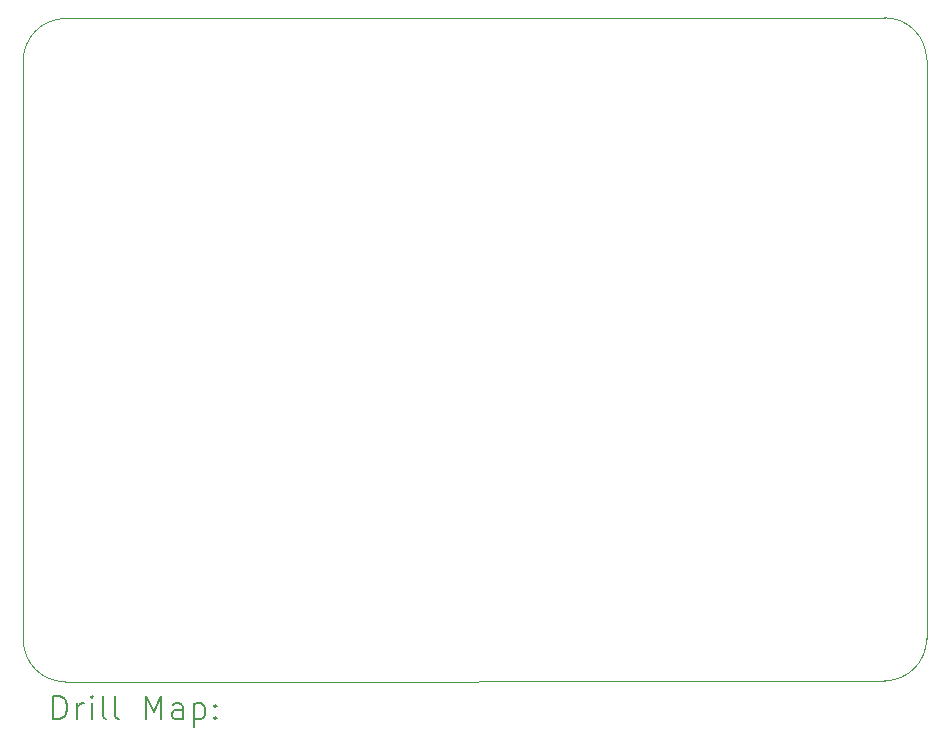
<source format=gbr>
%TF.GenerationSoftware,KiCad,Pcbnew,7.0.6-0*%
%TF.CreationDate,2024-03-05T22:32:51-08:00*%
%TF.ProjectId,New Groundstation,4e657720-4772-46f7-956e-647374617469,rev?*%
%TF.SameCoordinates,Original*%
%TF.FileFunction,Drillmap*%
%TF.FilePolarity,Positive*%
%FSLAX45Y45*%
G04 Gerber Fmt 4.5, Leading zero omitted, Abs format (unit mm)*
G04 Created by KiCad (PCBNEW 7.0.6-0) date 2024-03-05 22:32:51*
%MOMM*%
%LPD*%
G01*
G04 APERTURE LIST*
%ADD10C,0.100000*%
%ADD11C,0.200000*%
G04 APERTURE END LIST*
D10*
X9643047Y-12131053D02*
G75*
G03*
X9998641Y-12486653I355603J3D01*
G01*
X9642363Y-12131608D02*
X9642363Y-7229408D01*
X16935394Y-6864389D02*
X9988494Y-6870700D01*
X16935394Y-12477794D02*
G75*
G03*
X17290994Y-12122189I-4J355604D01*
G01*
X17290994Y-7219989D02*
X17290994Y-12122189D01*
X9988494Y-6870701D02*
G75*
G03*
X9642363Y-7229408I12806J-358709D01*
G01*
X17290991Y-7219989D02*
G75*
G03*
X16935394Y-6864389I-355601J-1D01*
G01*
X16935394Y-12477789D02*
X9998641Y-12486653D01*
D11*
X9898140Y-12803137D02*
X9898140Y-12603137D01*
X9898140Y-12603137D02*
X9945759Y-12603137D01*
X9945759Y-12603137D02*
X9974330Y-12612660D01*
X9974330Y-12612660D02*
X9993378Y-12631708D01*
X9993378Y-12631708D02*
X10002901Y-12650756D01*
X10002901Y-12650756D02*
X10012425Y-12688851D01*
X10012425Y-12688851D02*
X10012425Y-12717422D01*
X10012425Y-12717422D02*
X10002901Y-12755517D01*
X10002901Y-12755517D02*
X9993378Y-12774565D01*
X9993378Y-12774565D02*
X9974330Y-12793613D01*
X9974330Y-12793613D02*
X9945759Y-12803137D01*
X9945759Y-12803137D02*
X9898140Y-12803137D01*
X10098140Y-12803137D02*
X10098140Y-12669803D01*
X10098140Y-12707898D02*
X10107663Y-12688851D01*
X10107663Y-12688851D02*
X10117187Y-12679327D01*
X10117187Y-12679327D02*
X10136235Y-12669803D01*
X10136235Y-12669803D02*
X10155282Y-12669803D01*
X10221949Y-12803137D02*
X10221949Y-12669803D01*
X10221949Y-12603137D02*
X10212425Y-12612660D01*
X10212425Y-12612660D02*
X10221949Y-12622184D01*
X10221949Y-12622184D02*
X10231473Y-12612660D01*
X10231473Y-12612660D02*
X10221949Y-12603137D01*
X10221949Y-12603137D02*
X10221949Y-12622184D01*
X10345759Y-12803137D02*
X10326711Y-12793613D01*
X10326711Y-12793613D02*
X10317187Y-12774565D01*
X10317187Y-12774565D02*
X10317187Y-12603137D01*
X10450520Y-12803137D02*
X10431473Y-12793613D01*
X10431473Y-12793613D02*
X10421949Y-12774565D01*
X10421949Y-12774565D02*
X10421949Y-12603137D01*
X10679092Y-12803137D02*
X10679092Y-12603137D01*
X10679092Y-12603137D02*
X10745759Y-12745994D01*
X10745759Y-12745994D02*
X10812425Y-12603137D01*
X10812425Y-12603137D02*
X10812425Y-12803137D01*
X10993378Y-12803137D02*
X10993378Y-12698375D01*
X10993378Y-12698375D02*
X10983854Y-12679327D01*
X10983854Y-12679327D02*
X10964806Y-12669803D01*
X10964806Y-12669803D02*
X10926711Y-12669803D01*
X10926711Y-12669803D02*
X10907663Y-12679327D01*
X10993378Y-12793613D02*
X10974330Y-12803137D01*
X10974330Y-12803137D02*
X10926711Y-12803137D01*
X10926711Y-12803137D02*
X10907663Y-12793613D01*
X10907663Y-12793613D02*
X10898140Y-12774565D01*
X10898140Y-12774565D02*
X10898140Y-12755517D01*
X10898140Y-12755517D02*
X10907663Y-12736470D01*
X10907663Y-12736470D02*
X10926711Y-12726946D01*
X10926711Y-12726946D02*
X10974330Y-12726946D01*
X10974330Y-12726946D02*
X10993378Y-12717422D01*
X11088616Y-12669803D02*
X11088616Y-12869803D01*
X11088616Y-12679327D02*
X11107663Y-12669803D01*
X11107663Y-12669803D02*
X11145759Y-12669803D01*
X11145759Y-12669803D02*
X11164806Y-12679327D01*
X11164806Y-12679327D02*
X11174330Y-12688851D01*
X11174330Y-12688851D02*
X11183854Y-12707898D01*
X11183854Y-12707898D02*
X11183854Y-12765041D01*
X11183854Y-12765041D02*
X11174330Y-12784089D01*
X11174330Y-12784089D02*
X11164806Y-12793613D01*
X11164806Y-12793613D02*
X11145759Y-12803137D01*
X11145759Y-12803137D02*
X11107663Y-12803137D01*
X11107663Y-12803137D02*
X11088616Y-12793613D01*
X11269568Y-12784089D02*
X11279092Y-12793613D01*
X11279092Y-12793613D02*
X11269568Y-12803137D01*
X11269568Y-12803137D02*
X11260044Y-12793613D01*
X11260044Y-12793613D02*
X11269568Y-12784089D01*
X11269568Y-12784089D02*
X11269568Y-12803137D01*
X11269568Y-12679327D02*
X11279092Y-12688851D01*
X11279092Y-12688851D02*
X11269568Y-12698375D01*
X11269568Y-12698375D02*
X11260044Y-12688851D01*
X11260044Y-12688851D02*
X11269568Y-12679327D01*
X11269568Y-12679327D02*
X11269568Y-12698375D01*
M02*

</source>
